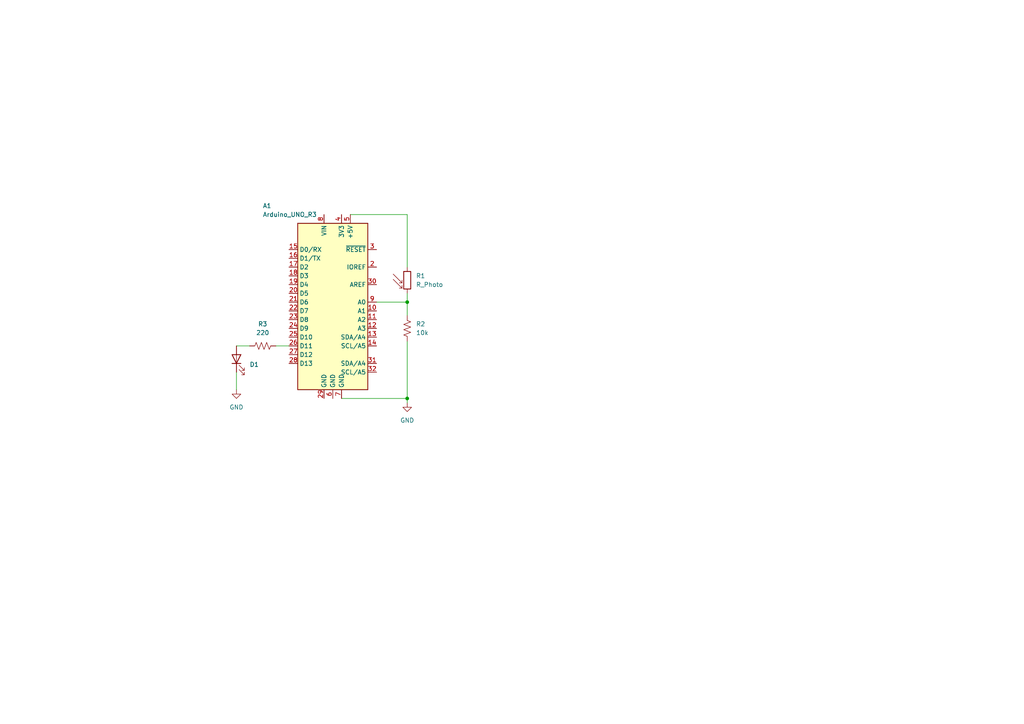
<source format=kicad_sch>
(kicad_sch (version 20230121) (generator eeschema)
  (paper "A4")
  (lib_symbols
    (symbol "Device:LED" (pin_numbers hide) (pin_names (offset 1.016) hide)
      (property "Reference" "D" (at 0 2.54 0))
      (property "Value" "LED" (at 0 -2.54 0))
      (symbol "LED_0_1"
        (polyline (pts (xy -1.27 -1.27) (xy -1.27 1.27)) (stroke (width 0.254)))
        (polyline (pts (xy -1.27 0) (xy 1.27 0)))
        (polyline (pts (xy 1.27 -1.27) (xy 1.27 1.27) (xy -1.27 0) (xy 1.27 -1.27)) (stroke (width 0.254)))
        (polyline (pts (xy -3.048 -0.762) (xy -4.572 -2.286) (xy -3.81 -2.286) (xy -4.572 -2.286) (xy -4.572 -1.524)))
        (polyline (pts (xy -1.778 -0.762) (xy -3.302 -2.286) (xy -2.54 -2.286) (xy -3.302 -2.286) (xy -3.302 -1.524)))
      )
      (symbol "LED_1_1"
        (pin passive line (at -3.81 0 0) (length 2.54) (name "K") (number "1"))
        (pin passive line (at 3.81 0 180) (length 2.54) (name "A") (number "2"))
      )
    )
    (symbol "Device:R_Photo" (pin_numbers hide) (pin_names (offset 0))
      (property "Reference" "R" (at 1.27 1.27 0))
      (property "Value" "R_Photo" (at 1.27 0 0))
      (symbol "R_Photo_0_1"
        (rectangle (start -1.016 2.54) (end 1.016 -2.54) (stroke (width 0.254)))
        (polyline (pts (xy -1.524 -2.286) (xy -4.064 0.254)))
        (polyline (pts (xy -1.524 -2.286) (xy -2.286 -2.286)))
        (polyline (pts (xy -1.524 -2.286) (xy -1.524 -1.524)))
        (polyline (pts (xy -1.524 -0.762) (xy -4.064 1.778)))
        (polyline (pts (xy -1.524 -0.762) (xy -2.286 -0.762)))
        (polyline (pts (xy -1.524 -0.762) (xy -1.524 0)))
      )
      (symbol "R_Photo_1_1"
        (pin passive line (at 0 3.81 270) (length 1.27) (name "~") (number "1"))
        (pin passive line (at 0 -3.81 90) (length 1.27) (name "~") (number "2"))
      )
    )
    (symbol "Device:R_US" (pin_numbers hide) (pin_names (offset 0))
      (property "Reference" "R" (at 2.54 0 90))
      (property "Value" "R_US" (at -2.54 0 90))
      (symbol "R_US_0_1"
        (polyline (pts (xy 0 -2.286) (xy 0 -2.54)))
        (polyline (pts (xy 0 2.286) (xy 0 2.54)))
        (polyline (pts (xy 0 -0.762) (xy 1.016 -1.143) (xy 0 -1.524) (xy -1.016 -1.905) (xy 0 -2.286)))
        (polyline (pts (xy 0 0.762) (xy 1.016 0.381) (xy 0 0) (xy -1.016 -0.381) (xy 0 -0.762)))
        (polyline (pts (xy 0 2.286) (xy 1.016 1.905) (xy 0 1.524) (xy -1.016 1.143) (xy 0 0.762)))
      )
      (symbol "R_US_1_1"
        (pin passive line (at 0 3.81 270) (length 1.27) (name "~") (number "1"))
        (pin passive line (at 0 -3.81 90) (length 1.27) (name "~") (number "2"))
      )
    )
    (symbol "MCU_Module:Arduino_UNO_R3"
      (property "Reference" "A" (at -10.16 23.495 0))
      (property "Value" "Arduino_UNO_R3" (at 5.08 -26.67 0))
      (symbol "Arduino_UNO_R3_0_1"
        (rectangle (start -10.16 22.86) (end 10.16 -25.4) (stroke (width 0.254)) (fill (type background)))
      )
      (symbol "Arduino_UNO_R3_1_1"
        (pin no_connect line (at -10.16 -20.32 0) (length 2.54) hide (name "NC") (number "1"))
        (pin bidirectional line (at 12.7 -2.54 180) (length 2.54) (name "A1") (number "10"))
        (pin bidirectional line (at 12.7 -5.08 180) (length 2.54) (name "A2") (number "11"))
        (pin bidirectional line (at 12.7 -7.62 180) (length 2.54) (name "A3") (number "12"))
        (pin bidirectional line (at 12.7 -10.16 180) (length 2.54) (name "SDA/A4") (number "13"))
        (pin bidirectional line (at 12.7 -12.7 180) (length 2.54) (name "SCL/A5") (number "14"))
        (pin bidirectional line (at -12.7 15.24 0) (length 2.54) (name "D0/RX") (number "15"))
        (pin bidirectional line (at -12.7 12.7 0) (length 2.54) (name "D1/TX") (number "16"))
        (pin bidirectional line (at -12.7 10.16 0) (length 2.54) (name "D2") (number "17"))
        (pin bidirectional line (at -12.7 7.62 0) (length 2.54) (name "D3") (number "18"))
        (pin bidirectional line (at -12.7 5.08 0) (length 2.54) (name "D4") (number "19"))
        (pin output line (at 12.7 10.16 180) (length 2.54) (name "IOREF") (number "2"))
        (pin bidirectional line (at -12.7 2.54 0) (length 2.54) (name "D5") (number "20"))
        (pin bidirectional line (at -12.7 0 0) (length 2.54) (name "D6") (number "21"))
        (pin bidirectional line (at -12.7 -2.54 0) (length 2.54) (name "D7") (number "22"))
        (pin bidirectional line (at -12.7 -5.08 0) (length 2.54) (name "D8") (number "23"))
        (pin bidirectional line (at -12.7 -7.62 0) (length 2.54) (name "D9") (number "24"))
        (pin bidirectional line (at -12.7 -10.16 0) (length 2.54) (name "D10") (number "25"))
        (pin bidirectional line (at -12.7 -12.7 0) (length 2.54) (name "D11") (number "26"))
        (pin bidirectional line (at -12.7 -15.24 0) (length 2.54) (name "D12") (number "27"))
        (pin bidirectional line (at -12.7 -17.78 0) (length 2.54) (name "D13") (number "28"))
        (pin power_in line (at -2.54 -27.94 90) (length 2.54) (name "GND") (number "29"))
        (pin input line (at 12.7 15.24 180) (length 2.54) (name "~{RESET}") (number "3"))
        (pin input line (at 12.7 5.08 180) (length 2.54) (name "AREF") (number "30"))
        (pin bidirectional line (at 12.7 -17.78 180) (length 2.54) (name "SDA/A4") (number "31"))
        (pin bidirectional line (at 12.7 -20.32 180) (length 2.54) (name "SCL/A5") (number "32"))
        (pin power_out line (at 2.54 25.4 270) (length 2.54) (name "3V3") (number "4"))
        (pin power_out line (at 5.08 25.4 270) (length 2.54) (name "+5V") (number "5"))
        (pin power_in line (at 0 -27.94 90) (length 2.54) (name "GND") (number "6"))
        (pin power_in line (at 2.54 -27.94 90) (length 2.54) (name "GND") (number "7"))
        (pin power_in line (at -2.54 25.4 270) (length 2.54) (name "VIN") (number "8"))
        (pin bidirectional line (at 12.7 0 180) (length 2.54) (name "A0") (number "9"))
      )
    )
    (symbol "power:GND" (power) (pin_names (offset 0))
      (property "Value" "GND" (at 0 -3.81 0))
      (symbol "GND_0_1"
        (polyline (pts (xy 0 0) (xy 0 -1.27) (xy 1.27 -1.27) (xy 0 -2.54) (xy -1.27 -1.27) (xy 0 -1.27)))
      )
      (symbol "GND_1_1"
        (pin power_in line (at 0 0 270) (length 0) hide (name "GND") (number "1"))
      )
    )
  )
  (junction (at 118.11 87.63))
  (junction (at 118.11 115.57))
  (wire (pts (xy 118.11 62.23) (xy 118.11 77.47)))
  (wire (pts (xy 80.01 100.33) (xy 83.82 100.33)))
  (wire (pts (xy 68.58 100.33) (xy 72.39 100.33)))
  (wire (pts (xy 109.22 87.63) (xy 118.11 87.63)))
  (wire (pts (xy 118.11 115.57) (xy 99.06 115.57)))
  (wire (pts (xy 68.58 107.95) (xy 68.58 113.03)))
  (wire (pts (xy 118.11 115.57) (xy 118.11 116.84)))
  (wire (pts (xy 118.11 87.63) (xy 118.11 91.44)))
  (wire (pts (xy 101.6 62.23) (xy 118.11 62.23)))
  (wire (pts (xy 118.11 85.09) (xy 118.11 87.63)))
  (wire (pts (xy 118.11 99.06) (xy 118.11 115.57)))
  (symbol (lib_id "Device:LED") (at 68.58 104.14 90) (unit 1)
    (property "Reference" "D1" (at 72.39 105.7275 90) (effects (justify right)))
    (property "Value" "LED" (effects hide))
  )
  (symbol (lib_id "power:GND") (at 118.11 116.84 0) (unit 1)
    (property "Reference" "#PWR01" (effects hide))
    (property "Value" "GND" (at 118.11 121.92 0))
  )
  (symbol (lib_id "Device:R_US") (at 76.2 100.33 90) (unit 1)
    (property "Reference" "R3" (at 76.2 93.98 90))
    (property "Value" "220" (at 76.2 96.52 90))
  )
  (symbol (lib_id "power:GND") (at 68.58 113.03 0) (unit 1)
    (property "Reference" "#PWR02" (effects hide))
    (property "Value" "GND" (at 68.58 118.11 0))
  )
  (symbol (lib_id "MCU_Module:Arduino_UNO_R3") (at 96.52 87.63 0) (unit 1)
    (property "Reference" "A1" (at 76.2 59.69 0) (effects (justify left)))
    (property "Value" "Arduino_UNO_R3" (at 76.2 62.23 0) (effects (justify left)))
    (property "Footprint" "Module:Arduino_UNO_R3" (effects hide))
    (property "Datasheet" "https://www.arduino.cc/en/Main/arduinoBoardUno" (effects hide))
  )
  (symbol (lib_id "Device:R_Photo") (at 118.11 81.28 0) (unit 1)
    (property "Reference" "R1" (at 120.65 80.01 0) (effects (justify left)))
    (property "Value" "R_Photo" (at 120.65 82.55 0) (effects (justify left)))
  )
  (symbol (lib_id "Device:R_US") (at 118.11 95.25 0) (unit 1)
    (property "Reference" "R2" (at 120.65 93.98 0) (effects (justify left)))
    (property "Value" "10k" (at 120.65 96.52 0) (effects (justify left)))
  )
)
</source>
